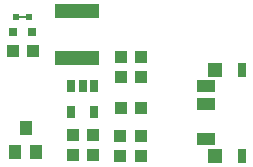
<source format=gtp>
G04 #@! TF.FileFunction,Paste,Top*
%FSLAX46Y46*%
G04 Gerber Fmt 4.6, Leading zero omitted, Abs format (unit mm)*
G04 Created by KiCad (PCBNEW 4.0.6) date 08/08/17 15:33:48*
%MOMM*%
%LPD*%
G01*
G04 APERTURE LIST*
%ADD10C,0.100000*%
%ADD11R,0.650000X1.060000*%
%ADD12R,1.100000X1.000000*%
%ADD13R,3.700000X1.200000*%
%ADD14R,1.016000X1.143000*%
%ADD15R,1.000000X1.100000*%
%ADD16R,0.800000X0.800000*%
%ADD17R,0.600000X0.500000*%
%ADD18R,0.800000X0.150000*%
%ADD19R,0.800000X1.200000*%
%ADD20R,1.200000X1.200000*%
%ADD21R,1.500000X1.000000*%
G04 APERTURE END LIST*
D10*
D11*
X147762000Y-105072000D03*
X146812000Y-105072000D03*
X145862000Y-105072000D03*
X145862000Y-107272000D03*
X147762000Y-107272000D03*
D12*
X145962000Y-110871000D03*
X147662000Y-110871000D03*
X150026000Y-104267000D03*
X151726000Y-104267000D03*
X150026000Y-102616000D03*
X151726000Y-102616000D03*
D13*
X146304000Y-102711000D03*
X146304000Y-98711000D03*
D14*
X141986000Y-108585000D03*
X142875000Y-110617000D03*
X141097000Y-110617000D03*
D12*
X150026000Y-106934000D03*
X151726000Y-106934000D03*
D15*
X151765000Y-109259000D03*
X151765000Y-110959000D03*
X149987000Y-109259000D03*
X149987000Y-110959000D03*
D12*
X142582000Y-102044500D03*
X140882000Y-102044500D03*
D16*
X140932000Y-100457000D03*
X142532000Y-100457000D03*
D12*
X145962000Y-109220000D03*
X147662000Y-109220000D03*
D17*
X141182000Y-99187000D03*
X142282000Y-99187000D03*
D18*
X141732000Y-99187000D03*
D19*
X160344500Y-110965000D03*
D20*
X158044500Y-110965000D03*
D19*
X160344500Y-103665000D03*
D20*
X158044500Y-103665000D03*
D21*
X157294500Y-106565000D03*
X157294500Y-105065000D03*
X157294500Y-109565000D03*
M02*

</source>
